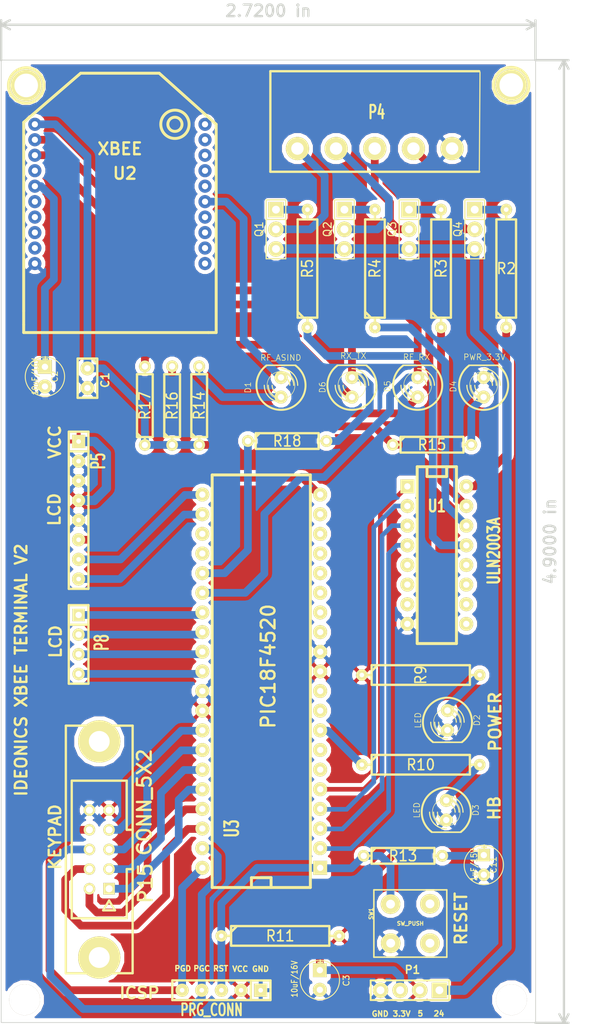
<source format=kicad_pcb>
(kicad_pcb (version 3) (host pcbnew "(2013-07-07 BZR 4022)-stable")
  (layers (15 F.Cu signal) (0 B.Cu signal) (18 B.Paste user) (19 F.Paste user) (20 B.SilkS user) (21 F.SilkS user) (22 B.Mask user) (23 F.Mask user) (28 Edge.Cuts user))
  (net 0 "")
  (net 1 /PGC)
  (net 2 /PGD)
  (net 3 /RA0)
  (net 4 /RA1)
  (net 5 /RA2)
  (net 6 /RA3)
  (net 7 /RB0)
  (net 8 /RB1)
  (net 9 /RB2)
  (net 10 /RB3)
  (net 11 /RB4)
  (net 12 /RB5)
  (net 13 /RE0)
  (net 14 /RESET)
  (net 15 /TX)
  (net 16 /ULN1)
  (net 17 /ULN2)
  (net 18 /ULN3)
  (net 19 /ULN4)
  (net 20 /VCC)
  (net 21 /VCC_24)
  (net 22 /VCC_3.3V)
  (net 23 /XBEE_RX)
  (net 24 /XBEE_TX)
  (net 25 GND)
  (net 26 N-0000010)
  (net 27 N-0000011)
  (net 28 N-0000012)
  (net 29 N-0000013)
  (net 30 N-0000014)
  (net 31 N-0000015)
  (net 32 N-0000016)
  (net 33 N-0000017)
  (net 34 N-0000018)
  (net 35 N-0000019)
  (net 36 N-0000020)
  (net 37 N-0000021)
  (net 38 N-0000023)
  (net 39 N-0000024)
  (net 40 N-0000025)
  (net 41 N-0000026)
  (net 42 N-0000027)
  (net 43 N-000005)
  (net 44 N-0000055)
  (net 45 N-0000056)
  (net 46 N-000006)
  (net 47 N-000007)
  (net 48 N-000008)
  (net 49 N-000009)
  (module 1pin (layer F.Cu) (at 104.125 152.075)
    (fp_text reference "" (at 0 -3.048) (layer F.SilkS) (effects (font (size 1.016 1.016) (thickness 0.254))))
    (fp_text value "" hide)
    (pad 1 thru_hole circle (at 0 0) (size 4 4) (drill 4) (layers *.Cu *.Mask F.SilkS))
  )
  (module LED-5MM (layer F.Cu) (at 158.65 127.575 270)
    (fp_text reference D3 (at 0 -3.81 270) (layer F.SilkS) (effects (font (size 0.762 0.762) (thickness 0.0889))))
    (fp_text value LED (at 0 3.81 270) (layer F.SilkS) (effects (font (size 0.762 0.762) (thickness 0.0889))))
    (pad 1 thru_hole circle (at -1.27 0 270) (size 1.6764 1.6764) (drill 0.8128) (layers *.Cu *.Mask F.SilkS) (net 44 N-0000055))
    (pad 2 thru_hole circle (at 1.27 0 270) (size 1.6764 1.6764) (drill 0.8128) (layers *.Cu *.Mask F.SilkS) (net 25 GND))
  )
  (module LED-5MM (layer F.Cu) (at 158.8 115.95 270)
    (fp_text reference D2 (at 0 -3.81 270) (layer F.SilkS) (effects (font (size 0.762 0.762) (thickness 0.0889))))
    (fp_text value LED (at 0 3.81 270) (layer F.SilkS) (effects (font (size 0.762 0.762) (thickness 0.0889))))
    (pad 1 thru_hole circle (at -1.27 0 270) (size 1.6764 1.6764) (drill 0.8128) (layers *.Cu *.Mask F.SilkS) (net 45 N-0000056))
    (pad 2 thru_hole circle (at 1.27 0 270) (size 1.6764 1.6764) (drill 0.8128) (layers *.Cu *.Mask F.SilkS) (net 25 GND))
  )
  (module Ideonics_TIP127 (layer F.Cu) (at 136.625 52.475 270)
    (fp_text reference Q1 (at -0.01016 2.17932 270) (layer F.SilkS) (effects (font (size 1.016 1.016) (thickness 0.1524))))
    (fp_text value TIP127 hide)
    (pad 1 thru_hole rect (at -2.54 0 270) (size 2 2) (drill 1.016) (layers *.Cu *.Mask F.SilkS) (net 19 /ULN4))
    (pad 2 thru_hole circle (at 0 0 270) (size 2 2) (drill 1.016) (layers *.Cu *.Mask F.SilkS) (net 32 N-0000016))
    (pad 3 thru_hole circle (at 2.54 0 270) (size 2 2) (drill 1.016) (layers *.Cu *.Mask F.SilkS) (net 21 /VCC_24))
  )
  (module Ideonics_TIP127 (layer F.Cu) (at 153.825 52.475 270)
    (fp_text reference Q3 (at -0.01016 2.17932 270) (layer F.SilkS) (effects (font (size 1.016 1.016) (thickness 0.1524))))
    (fp_text value TIP127 hide)
    (pad 1 thru_hole rect (at -2.54 0 270) (size 2 2) (drill 1.016) (layers *.Cu *.Mask F.SilkS) (net 17 /ULN2))
    (pad 2 thru_hole circle (at 0 0 270) (size 2 2) (drill 1.016) (layers *.Cu *.Mask F.SilkS) (net 33 N-0000017))
    (pad 3 thru_hole circle (at 2.54 0 270) (size 2 2) (drill 1.016) (layers *.Cu *.Mask F.SilkS) (net 21 /VCC_24))
  )
  (module Ideonics_TIP127 (layer F.Cu) (at 162.325 52.475 270)
    (fp_text reference Q4 (at -0.01016 2.17932 270) (layer F.SilkS) (effects (font (size 1.016 1.016) (thickness 0.1524))))
    (fp_text value TIP127 hide)
    (pad 1 thru_hole rect (at -2.54 0 270) (size 2 2) (drill 1.016) (layers *.Cu *.Mask F.SilkS) (net 16 /ULN1))
    (pad 2 thru_hole circle (at 0 0 270) (size 2 2) (drill 1.016) (layers *.Cu *.Mask F.SilkS) (net 39 N-0000024))
    (pad 3 thru_hole circle (at 2.54 0 270) (size 2 2) (drill 1.016) (layers *.Cu *.Mask F.SilkS) (net 21 /VCC_24))
  )
  (module Ideonics_TIP127 (layer F.Cu) (at 145.475 52.475 270)
    (fp_text reference Q2 (at -0.01016 2.17932 270) (layer F.SilkS) (effects (font (size 1.016 1.016) (thickness 0.1524))))
    (fp_text value TIP127 hide)
    (pad 1 thru_hole rect (at -2.54 0 270) (size 2 2) (drill 1.016) (layers *.Cu *.Mask F.SilkS) (net 18 /ULN3))
    (pad 2 thru_hole circle (at 0 0 270) (size 2 2) (drill 1.016) (layers *.Cu *.Mask F.SilkS) (net 38 N-0000023))
    (pad 3 thru_hole circle (at 2.54 0 270) (size 2 2) (drill 1.016) (layers *.Cu *.Mask F.SilkS) (net 21 /VCC_24))
  )
  (module Ideonics_RMC_5 (layer F.Cu) (at 128.3 150.85 180)
    (fp_text reference "" (at -0.635 -2.54 180) (layer F.SilkS) (effects (font (size 1.72974 1.08712) (thickness 0.27178))))
    (fp_text value PRG_CONN (at 0 -2.54 180) (layer F.SilkS) (effects (font (size 1.524 1.016) (thickness 0.254))))
    (pad 1 thru_hole rect (at -6.35 0 180) (size 1.7 1.7) (drill 0.6) (layers *.Cu *.Mask F.SilkS) (net 25 GND))
    (pad 2 thru_hole circle (at -3.81 0 180) (size 1.7 1.7) (drill 0.6) (layers *.Cu *.Mask F.SilkS) (net 20 /VCC))
    (pad 3 thru_hole circle (at -1.27 0 180) (size 1.7 1.7) (drill 0.6) (layers *.Cu *.Mask F.SilkS) (net 14 /RESET))
    (pad 4 thru_hole circle (at 1.27 0 180) (size 1.7 1.7) (drill 0.6) (layers *.Cu *.Mask F.SilkS) (net 1 /PGC))
    (pad 5 thru_hole circle (at 3.81 0 180) (size 1.7 1.7) (drill 0.6) (layers *.Cu *.Mask F.SilkS) (net 2 /PGD))
  )
  (module Ideonics_R (layer F.Cu) (at 140.7 57.55 90)
    (fp_text reference R5 (at 0 0 90) (layer F.SilkS) (effects (font (size 1.397 1.27) (thickness 0.2032))))
    (fp_text value 2.2K hide)
    (pad 1 thru_hole circle (at -7.62 0 90) (size 1.5 1.5) (drill 0.6) (layers *.Cu *.Mask F.SilkS) (net 43 N-000005))
    (pad 2 thru_hole circle (at 7.62 0 90) (size 1.5 1.5) (drill 0.6) (layers *.Cu *.Mask F.SilkS) (net 19 /ULN4))
  )
  (module Ideonics_R (layer F.Cu) (at 155.35 110.1)
    (fp_text reference R9 (at 0 0 90) (layer F.SilkS) (effects (font (size 1.397 1.27) (thickness 0.2032))))
    (fp_text value 1K hide)
    (pad 1 thru_hole circle (at -7.62 0) (size 1.5 1.5) (drill 0.6) (layers *.Cu *.Mask F.SilkS) (net 20 /VCC))
    (pad 2 thru_hole circle (at 7.62 0) (size 1.5 1.5) (drill 0.6) (layers *.Cu *.Mask F.SilkS) (net 45 N-0000056))
  )
  (module Ideonics_R (layer F.Cu) (at 149.425 57.55 90)
    (fp_text reference R4 (at 0 0 90) (layer F.SilkS) (effects (font (size 1.397 1.27) (thickness 0.2032))))
    (fp_text value 2.2K hide)
    (pad 1 thru_hole circle (at -7.62 0 90) (size 1.5 1.5) (drill 0.6) (layers *.Cu *.Mask F.SilkS) (net 46 N-000006))
    (pad 2 thru_hole circle (at 7.62 0 90) (size 1.5 1.5) (drill 0.6) (layers *.Cu *.Mask F.SilkS) (net 18 /ULN3))
  )
  (module Ideonics_R (layer F.Cu) (at 155.35 121.7)
    (fp_text reference R10 (at 0 0) (layer F.SilkS) (effects (font (size 1.397 1.27) (thickness 0.2032))))
    (fp_text value 1K hide)
    (pad 1 thru_hole circle (at -7.62 0) (size 1.5 1.5) (drill 0.6) (layers *.Cu *.Mask F.SilkS) (net 13 /RE0))
    (pad 2 thru_hole circle (at 7.62 0) (size 1.5 1.5) (drill 0.6) (layers *.Cu *.Mask F.SilkS) (net 44 N-0000055))
  )
  (module Ideonics_R (layer F.Cu) (at 157.975 57.55 90)
    (fp_text reference R3 (at 0 0 90) (layer F.SilkS) (effects (font (size 1.397 1.27) (thickness 0.2032))))
    (fp_text value 2.2K hide)
    (pad 1 thru_hole circle (at -7.62 0 90) (size 1.5 1.5) (drill 0.6) (layers *.Cu *.Mask F.SilkS) (net 47 N-000007))
    (pad 2 thru_hole circle (at 7.62 0 90) (size 1.5 1.5) (drill 0.6) (layers *.Cu *.Mask F.SilkS) (net 17 /ULN2))
  )
  (module Ideonics_R (layer F.Cu) (at 166.4 57.55 90)
    (fp_text reference R2 (at 0 0 180) (layer F.SilkS) (effects (font (size 1.397 1.27) (thickness 0.2032))))
    (fp_text value 2.2K hide)
    (pad 1 thru_hole circle (at -7.62 0 90) (size 1.5 1.5) (drill 0.6) (layers *.Cu *.Mask F.SilkS) (net 48 N-000008))
    (pad 2 thru_hole circle (at 7.62 0 90) (size 1.5 1.5) (drill 0.6) (layers *.Cu *.Mask F.SilkS) (net 16 /ULN1))
  )
  (module Ideonics_R (layer F.Cu) (at 137.175 143.825)
    (fp_text reference R11 (at 0 0) (layer F.SilkS) (effects (font (size 1.397 1.27) (thickness 0.2032))))
    (fp_text value 1M hide)
    (pad 1 thru_hole circle (at -7.62 0) (size 1.5 1.5) (drill 0.6) (layers *.Cu *.Mask F.SilkS) (net 14 /RESET))
    (pad 2 thru_hole circle (at 7.62 0) (size 1.5 1.5) (drill 0.6) (layers *.Cu *.Mask F.SilkS) (net 20 /VCC))
  )
  (module Ideonics_Micro_Switch (layer F.Cu) (at 154 142.225 90)
    (fp_text reference SW1 (at 1.27 -5.08 90) (layer F.SilkS) (effects (font (size 0.5 0.5) (thickness 0.125))))
    (fp_text value SW_PUSH (at 0 0 180) (layer F.SilkS) (effects (font (size 0.5 0.5) (thickness 0.125))))
    (pad 1 thru_hole circle (at -2.54 -2.54 90) (size 2.54 2.54) (drill 1.143) (layers *.Cu *.Mask F.SilkS) (net 25 GND))
    (pad 3 thru_hole circle (at 2.54 2.54 90) (size 2.54 2.54) (drill 1.143) (layers *.Cu *.Mask F.SilkS))
    (pad 2 thru_hole circle (at 2.50444 -2.56032 90) (size 2.54 2.54) (drill 1.143) (layers *.Cu *.Mask F.SilkS) (net 14 /RESET))
    (pad 4 thru_hole circle (at -2.54 2.54 90) (size 2.54 2.54) (drill 1.143) (layers *.Cu *.Mask F.SilkS))
  )
  (module Idenoics_ULN2003 (layer F.Cu) (at 157.425 94.6 270)
    (fp_text reference U1 (at -6.35 0 360) (layer F.SilkS) (effects (font (size 1.524 1.143) (thickness 0.3048))))
    (fp_text value ULN2003A (at -0.528 -7.367 270) (layer F.SilkS) (effects (font (size 1.524 1.143) (thickness 0.3048))))
    (pad 1 thru_hole rect (at -8.89 3.81 270) (size 1.8 1.8) (drill 0.8128) (layers *.Cu *.Mask F.SilkS) (net 6 /RA3))
    (pad 2 thru_hole circle (at -6.35 3.81 270) (size 1.8 1.8) (drill 0.8128) (layers *.Cu *.Mask F.SilkS) (net 5 /RA2))
    (pad 3 thru_hole circle (at -3.81 3.81 270) (size 1.8 1.8) (drill 0.8128) (layers *.Cu *.Mask F.SilkS) (net 4 /RA1))
    (pad 4 thru_hole circle (at -1.27 3.81 270) (size 1.8 1.8) (drill 0.8128) (layers *.Cu *.Mask F.SilkS) (net 3 /RA0))
    (pad 5 thru_hole circle (at 1.27 3.81 270) (size 1.8 1.8) (drill 0.8128) (layers *.Cu *.Mask F.SilkS))
    (pad 6 thru_hole circle (at 3.81 3.81 270) (size 1.8 1.8) (drill 0.8128) (layers *.Cu *.Mask F.SilkS))
    (pad 7 thru_hole circle (at 6.35 3.81 270) (size 1.8 1.8) (drill 0.8128) (layers *.Cu *.Mask F.SilkS))
    (pad 8 thru_hole circle (at 8.89 3.81 270) (size 1.8 1.8) (drill 0.8128) (layers *.Cu *.Mask F.SilkS) (net 25 GND))
    (pad 9 thru_hole circle (at 8.89 -3.81 270) (size 1.8 1.8) (drill 0.8128) (layers *.Cu *.Mask F.SilkS))
    (pad 10 thru_hole circle (at 6.35 -3.81 270) (size 1.8 1.8) (drill 0.8128) (layers *.Cu *.Mask F.SilkS))
    (pad 11 thru_hole circle (at 3.81 -3.81 270) (size 1.8 1.8) (drill 0.8128) (layers *.Cu *.Mask F.SilkS))
    (pad 12 thru_hole circle (at 1.27 -3.81 270) (size 1.8 1.8) (drill 0.8128) (layers *.Cu *.Mask F.SilkS))
    (pad 13 thru_hole circle (at -1.27 -3.81 270) (size 1.8 1.8) (drill 0.8128) (layers *.Cu *.Mask F.SilkS) (net 43 N-000005))
    (pad 14 thru_hole circle (at -3.81 -3.81 270) (size 1.8 1.8) (drill 0.8128) (layers *.Cu *.Mask F.SilkS) (net 46 N-000006))
    (pad 15 thru_hole circle (at -6.35 -3.81 270) (size 1.8 1.8) (drill 0.8128) (layers *.Cu *.Mask F.SilkS) (net 47 N-000007))
    (pad 16 thru_hole circle (at -8.89 -3.81 270) (size 1.8 1.8) (drill 0.8128) (layers *.Cu *.Mask F.SilkS) (net 48 N-000008))
  )
  (module Ideonics_COMBICON_5 (layer F.Cu) (at 139.4 42.037)
    (fp_text reference P4 (at 10.25398 -4.699) (layer F.SilkS) (effects (font (size 1.72974 1.08712) (thickness 0.27178))))
    (fp_text value CONN_5 hide)
    (pad 1 thru_hole circle (at 0 0) (size 3 3) (drill 1.6) (layers *.Cu *.Mask F.SilkS) (net 32 N-0000016))
    (pad 2 thru_hole circle (at 5 0) (size 3 3) (drill 1.6) (layers *.Cu *.Mask F.SilkS) (net 38 N-0000023))
    (pad 3 thru_hole circle (at 10 0) (size 3 3) (drill 1.6) (layers *.Cu *.Mask F.SilkS) (net 33 N-0000017))
    (pad 4 thru_hole circle (at 15 0) (size 3 3) (drill 1.6) (layers *.Cu *.Mask F.SilkS) (net 39 N-0000024))
    (pad 5 thru_hole circle (at 20 0) (size 3 3) (drill 1.6) (layers *.Cu *.Mask F.SilkS) (net 25 GND))
  )
  (module Ideonics_Electrolytic_CV5 (layer F.Cu) (at 163.5 134.65 270)
    (fp_text reference C11 (at 0 -1.26746 270) (layer F.SilkS) (effects (font (size 0.762 0.762) (thickness 0.127))))
    (fp_text value 1uF/15V (at 0 1.27 270) (layer F.SilkS) (effects (font (size 0.762 0.635) (thickness 0.127))))
    (fp_text user + (at -2.286 0 270) (layer F.SilkS) (effects (font (size 0.762 0.762) (thickness 0.2032))))
    (pad 1 thru_hole rect (at -1.27 0 270) (size 1.6 1.6) (drill 0.8128) (layers *.Cu *.Mask F.SilkS) (net 40 N-0000025))
    (pad 2 thru_hole circle (at 1.27 0 270) (size 1.6 1.6) (drill 0.8128) (layers *.Cu *.Mask F.SilkS) (net 25 GND))
  )
  (module he10-10d (layer F.Cu) (at 113.775 132.65 90)
    (fp_text reference P15 (at -4.375 5.975 90) (layer F.SilkS) (effects (font (size 1.778 1.778) (thickness 0.3048))))
    (fp_text value CONN_5X2 (at 6.096 5.842 90) (layer F.SilkS) (effects (font (size 1.778 1.778) (thickness 0.3048))))
    (pad "" thru_hole circle (at -13.97 0 90) (size 5.461 5.461) (drill 2.6924) (layers *.Cu *.Mask F.SilkS))
    (pad "" thru_hole circle (at 13.97 0 90) (size 5.461 5.461) (drill 2.6924) (layers *.Cu *.Mask F.SilkS))
    (pad 1 thru_hole rect (at -5.08 1.27 90) (size 1.5 1.5) (drill 0.9144) (layers *.Cu *.Mask F.SilkS) (net 10 /RB3))
    (pad 2 thru_hole circle (at -5.08 -1.27 90) (size 1.5 1.5) (drill 0.9144) (layers *.Cu *.Mask F.SilkS) (net 11 /RB4))
    (pad 3 thru_hole circle (at -2.54 1.27 90) (size 1.5 1.5) (drill 0.9144) (layers *.Cu *.Mask F.SilkS) (net 9 /RB2))
    (pad 4 thru_hole circle (at -2.54 -1.27 90) (size 1.5 1.5) (drill 0.9144) (layers *.Cu *.Mask F.SilkS) (net 12 /RB5))
    (pad 5 thru_hole circle (at 0 1.27 90) (size 1.5 1.5) (drill 0.9144) (layers *.Cu *.Mask F.SilkS) (net 8 /RB1))
    (pad 6 thru_hole circle (at 0 -1.27 90) (size 1.5 1.5) (drill 0.9144) (layers *.Cu *.Mask F.SilkS) (net 1 /PGC))
    (pad 7 thru_hole circle (at 2.54 1.27 90) (size 1.5 1.5) (drill 0.9144) (layers *.Cu *.Mask F.SilkS) (net 7 /RB0))
    (pad 8 thru_hole circle (at 2.54 -1.27 90) (size 1.5 1.5) (drill 0.9144) (layers *.Cu *.Mask F.SilkS) (net 2 /PGD))
    (pad 9 thru_hole circle (at 5.08 1.27 90) (size 1.5 1.5) (drill 0.9144) (layers *.Cu *.Mask F.SilkS) (net 20 /VCC))
    (pad 10 thru_hole circle (at 5.08 -1.27 90) (size 1.5 1.5) (drill 0.9144) (layers *.Cu *.Mask F.SilkS) (net 25 GND))
  )
  (module Ideonics_RMC_4Pin (layer F.Cu) (at 111.108 106.145 270)
    (fp_text reference P8 (at -0.245 -2.992 270) (layer F.SilkS) (effects (font (size 1.73482 1.08712) (thickness 0.27178))))
    (fp_text value CONN_4 hide)
    (pad 1 thru_hole rect (at -3.81 0 270) (size 1.6 1.6) (drill 0.8128) (layers *.Cu *.Mask F.SilkS) (net 29 N-0000013))
    (pad 2 thru_hole circle (at -1.27 0 270) (size 1.6 1.6) (drill 0.8128) (layers *.Cu *.Mask F.SilkS) (net 28 N-0000012))
    (pad 3 thru_hole circle (at 1.27 0 270) (size 1.6 1.6) (drill 0.8128) (layers *.Cu *.Mask F.SilkS) (net 27 N-0000011))
    (pad 4 thru_hole circle (at 3.81 0 270) (size 1.6 1.6) (drill 0.8128) (layers *.Cu *.Mask F.SilkS) (net 26 N-0000010))
  )
  (module 1pin (layer F.Cu) (at 167.075 152.05)
    (fp_text reference "" (at 0 -3.048) (layer F.SilkS) (effects (font (size 1.016 1.016) (thickness 0.254))))
    (fp_text value "" hide)
    (pad 1 thru_hole circle (at 0 0.025) (size 4 4) (drill 4) (layers *.Cu *.Mask F.SilkS))
  )
  (module Ideonics_RMC_8 (layer F.Cu) (at 111.108 88.8 270)
    (fp_text reference P5 (at -6.35 -2.54 270) (layer F.SilkS) (effects (font (size 1.72974 1.08712) (thickness 0.3048))))
    (fp_text value " " (at 5.08 -2.54 270) (layer F.SilkS) (effects (font (size 1.524 1.016) (thickness 0.254))))
    (pad 1 thru_hole rect (at -8.89 0 270) (size 1.7 1.7) (drill 0.6) (layers *.Cu *.Mask F.SilkS) (net 20 /VCC))
    (pad 2 thru_hole circle (at -6.35 0 270) (size 1.7 1.7) (drill 0.6) (layers *.Cu *.Mask F.SilkS) (net 25 GND))
    (pad 3 thru_hole circle (at -3.81 0 270) (size 1.7 1.7) (drill 0.6) (layers *.Cu *.Mask F.SilkS) (net 25 GND))
    (pad 4 thru_hole circle (at -1.27 0 270) (size 1.7 1.7) (drill 0.6) (layers *.Cu *.Mask F.SilkS) (net 20 /VCC))
    (pad 5 thru_hole circle (at 1.27 0 270) (size 1.7 1.7) (drill 0.6) (layers *.Cu *.Mask F.SilkS) (net 25 GND))
    (pad 6 thru_hole circle (at 3.81 0 270) (size 1.7 1.7) (drill 0.6) (layers *.Cu *.Mask F.SilkS) (net 31 N-0000015))
    (pad 7 thru_hole circle (at 6.35 0 270) (size 1.7 1.7) (drill 0.6) (layers *.Cu *.Mask F.SilkS) (net 49 N-000009))
    (pad 8 thru_hole circle (at 8.89 0 270) (size 1.7 1.7) (drill 0.6) (layers *.Cu *.Mask F.SilkS) (net 30 N-0000014))
  )
  (module R4 (layer F.Cu) (at 153.05 133.475)
    (fp_text reference R13 (at 0 0) (layer F.SilkS) (effects (font (size 1.397 1.27) (thickness 0.2032))))
    (fp_text value 0 hide)
    (pad 1 thru_hole circle (at -5.08 0) (size 1.524 1.524) (drill 0.8128) (layers *.Cu *.Mask F.SilkS) (net 14 /RESET))
    (pad 2 thru_hole circle (at 5.08 0) (size 1.524 1.524) (drill 0.8128) (layers *.Cu *.Mask F.SilkS) (net 40 N-0000025))
  )
  (module XBee-pro (layer F.Cu) (at 116.45 38.9)
    (fp_text reference U2 (at 0.635 6.35) (layer F.SilkS) (effects (font (size 1.524 1.524) (thickness 0.3048))))
    (fp_text value XBEE (at 0 3.175) (layer F.SilkS) (effects (font (size 1.524 1.524) (thickness 0.3048))))
    (pad 20 thru_hole circle (at 11.00074 0) (size 1.7 1.7) (drill 0.8) (layers *.Cu))
    (pad 16 thru_hole circle (at 11.00074 8.001) (size 1.7 1.7) (drill 0.8) (layers *.Cu))
    (pad 14 thru_hole circle (at 11.00074 11.99896) (size 1.7 1.7) (drill 0.8) (layers *.Cu))
    (pad 15 thru_hole circle (at 11.00074 9.99998) (size 1.7 1.7) (drill 0.8) (layers *.Cu) (net 42 N-0000027))
    (pad 18 thru_hole circle (at 11.00074 4.0005) (size 1.7 1.7) (drill 0.8) (layers *.Cu))
    (pad 17 thru_hole circle (at 11.00074 5.99948) (size 1.7 1.7) (drill 0.8) (layers *.Cu))
    (pad 19 thru_hole circle (at 11.00074 1.99898) (size 1.7 1.7) (drill 0.8) (layers *.Cu))
    (pad 12 thru_hole circle (at 11.00074 15.99946) (size 1.7 1.7) (drill 0.8) (layers *.Cu))
    (pad 11 thru_hole circle (at 11.00074 18.00098) (size 1.7 1.7) (drill 0.8) (layers *.Cu))
    (pad 13 thru_hole circle (at 11.00074 14.00048) (size 1.7 1.7) (drill 0.8) (layers *.Cu))
    (pad 8 thru_hole circle (at -11.00074 14.00048) (size 1.7 1.7) (drill 0.8) (layers *.Cu))
    (pad 10 thru_hole circle (at -11.00074 18.00098) (size 1.7 1.7) (drill 0.8) (layers *.Cu) (net 25 GND))
    (pad 9 thru_hole circle (at -11.00074 15.99946) (size 1.7 1.7) (drill 0.8) (layers *.Cu))
    (pad 2 thru_hole circle (at -11.00074 1.99898) (size 1.7 1.7) (drill 0.8) (layers *.Cu) (net 23 /XBEE_RX))
    (pad 4 thru_hole circle (at -11.00074 5.99948) (size 1.7 1.7) (drill 0.8) (layers *.Cu))
    (pad 3 thru_hole circle (at -11.00074 4.0005) (size 1.7 1.7) (drill 0.8) (layers *.Cu) (net 24 /XBEE_TX))
    (pad 6 thru_hole circle (at -11.00074 9.99998) (size 1.7 1.7) (drill 0.8) (layers *.Cu))
    (pad 7 thru_hole circle (at -11.00074 11.99896) (size 1.7 1.7) (drill 0.8) (layers *.Cu))
    (pad 5 thru_hole circle (at -11.00074 8.001) (size 1.7 1.7) (drill 0.8) (layers *.Cu) (net 37 N-0000021))
    (pad 1 thru_hole circle (at -11.00074 0) (size 1.7 1.7) (drill 0.8) (layers *.Cu) (net 22 /VCC_3.3V))
  )
  (module R4 (layer F.Cu) (at 126.7 75.275 90)
    (fp_text reference R14 (at 0 0 90) (layer F.SilkS) (effects (font (size 1.397 1.27) (thickness 0.2032))))
    (fp_text value 470 hide)
    (pad 1 thru_hole circle (at -5.08 0 90) (size 1.524 1.524) (drill 0.8128) (layers *.Cu *.Mask F.SilkS) (net 22 /VCC_3.3V))
    (pad 2 thru_hole circle (at 5.08 0 90) (size 1.524 1.524) (drill 0.8128) (layers *.Cu *.Mask F.SilkS) (net 41 N-0000026))
  )
  (module R4 (layer F.Cu) (at 156.8 80.325)
    (fp_text reference R15 (at 0 0) (layer F.SilkS) (effects (font (size 1.397 1.27) (thickness 0.2032))))
    (fp_text value 470 hide)
    (pad 1 thru_hole circle (at -5.08 0) (size 1.524 1.524) (drill 0.8128) (layers *.Cu *.Mask F.SilkS) (net 22 /VCC_3.3V))
    (pad 2 thru_hole circle (at 5.08 0) (size 1.524 1.524) (drill 0.8128) (layers *.Cu *.Mask F.SilkS) (net 34 N-0000018))
  )
  (module R4 (layer F.Cu) (at 123.2 75.275 90)
    (fp_text reference R16 (at 0 0 90) (layer F.SilkS) (effects (font (size 1.397 1.27) (thickness 0.2032))))
    (fp_text value 470 hide)
    (pad 1 thru_hole circle (at -5.08 0 90) (size 1.524 1.524) (drill 0.8128) (layers *.Cu *.Mask F.SilkS) (net 22 /VCC_3.3V))
    (pad 2 thru_hole circle (at 5.08 0 90) (size 1.524 1.524) (drill 0.8128) (layers *.Cu *.Mask F.SilkS) (net 35 N-0000019))
  )
  (module R4 (layer F.Cu) (at 119.675 75.275 90)
    (fp_text reference R17 (at 0 0 90) (layer F.SilkS) (effects (font (size 1.397 1.27) (thickness 0.2032))))
    (fp_text value 470 hide)
    (pad 1 thru_hole circle (at -5.08 0 90) (size 1.524 1.524) (drill 0.8128) (layers *.Cu *.Mask F.SilkS) (net 22 /VCC_3.3V))
    (pad 2 thru_hole circle (at 5.08 0 90) (size 1.524 1.524) (drill 0.8128) (layers *.Cu *.Mask F.SilkS) (net 36 N-0000020))
  )
  (module R4 (layer F.Cu) (at 138.075 79.85)
    (fp_text reference R18 (at 0 0) (layer F.SilkS) (effects (font (size 1.397 1.27) (thickness 0.2032))))
    (fp_text value 4.7K hide)
    (pad 1 thru_hole circle (at -5.08 0) (size 1.524 1.524) (drill 0.8128) (layers *.Cu *.Mask F.SilkS) (net 15 /TX))
    (pad 2 thru_hole circle (at 5.08 0) (size 1.524 1.524) (drill 0.8128) (layers *.Cu *.Mask F.SilkS) (net 24 /XBEE_TX))
  )
  (module PIN_ARRAY_4x1 (layer F.Cu) (at 153.95 150.85 180)
    (fp_text reference P1 (at -0.325 2.65 180) (layer F.SilkS) (effects (font (size 1.016 1.016) (thickness 0.2032))))
    (fp_text value "" hide)
    (pad 1 thru_hole rect (at -3.81 0 180) (size 2 2) (drill 1.016) (layers *.Cu *.Mask F.SilkS) (net 21 /VCC_24))
    (pad 2 thru_hole circle (at -1.27 0 180) (size 2 2) (drill 1.016) (layers *.Cu *.Mask F.SilkS) (net 20 /VCC))
    (pad 3 thru_hole circle (at 1.27 0 180) (size 2 2) (drill 1.016) (layers *.Cu *.Mask F.SilkS) (net 22 /VCC_3.3V))
    (pad 4 thru_hole circle (at 3.81 0 180) (size 2 2) (drill 1.016) (layers *.Cu *.Mask F.SilkS) (net 25 GND))
  )
  (module LED-5MM (layer F.Cu) (at 137.275 72.9 90)
    (fp_text reference D1 (at -0.025 -4.275 90) (layer F.SilkS) (effects (font (size 0.762 0.762) (thickness 0.0889))))
    (fp_text value RF_ASIND (at 3.825 -0.025 180) (layer F.SilkS) (effects (font (size 0.762 0.762) (thickness 0.0889))))
    (pad 1 thru_hole circle (at -1.27 0 90) (size 1.6764 1.6764) (drill 0.8128) (layers *.Cu *.Mask F.SilkS) (net 41 N-0000026))
    (pad 2 thru_hole circle (at 1.27 0 90) (size 1.6764 1.6764) (drill 0.8128) (layers *.Cu *.Mask F.SilkS) (net 42 N-0000027))
  )
  (module LED-5MM (layer F.Cu) (at 154.95 72.9 90)
    (fp_text reference D5 (at 0.125 -3.9 90) (layer F.SilkS) (effects (font (size 0.762 0.762) (thickness 0.0889))))
    (fp_text value RF_RX (at 3.9 -0.15 180) (layer F.SilkS) (effects (font (size 0.762 0.762) (thickness 0.0889))))
    (pad 1 thru_hole circle (at -1.27 0 90) (size 1.6764 1.6764) (drill 0.8128) (layers *.Cu *.Mask F.SilkS) (net 35 N-0000019))
    (pad 2 thru_hole circle (at 1.27 0 90) (size 1.6764 1.6764) (drill 0.8128) (layers *.Cu *.Mask F.SilkS) (net 23 /XBEE_RX))
  )
  (module LED-5MM (layer F.Cu) (at 146.45 72.9 90)
    (fp_text reference D6 (at 0 -3.81 90) (layer F.SilkS) (effects (font (size 0.762 0.762) (thickness 0.0889))))
    (fp_text value RX_TX (at 4.075 0.175 180) (layer F.SilkS) (effects (font (size 0.762 0.762) (thickness 0.0889))))
    (pad 1 thru_hole circle (at -1.27 0 90) (size 1.6764 1.6764) (drill 0.8128) (layers *.Cu *.Mask F.SilkS) (net 36 N-0000020))
    (pad 2 thru_hole circle (at 1.27 0 90) (size 1.6764 1.6764) (drill 0.8128) (layers *.Cu *.Mask F.SilkS) (net 24 /XBEE_TX))
  )
  (module LED-5MM (layer F.Cu) (at 163.475 72.9 90)
    (fp_text reference D4 (at 0.1 -3.925 90) (layer F.SilkS) (effects (font (size 0.762 0.762) (thickness 0.0889))))
    (fp_text value PWR_3.3V (at 3.9 0.1 180) (layer F.SilkS) (effects (font (size 0.762 0.762) (thickness 0.0889))))
    (pad 1 thru_hole circle (at -1.27 0 90) (size 1.6764 1.6764) (drill 0.8128) (layers *.Cu *.Mask F.SilkS) (net 34 N-0000018))
    (pad 2 thru_hole circle (at 1.27 0 90) (size 1.6764 1.6764) (drill 0.8128) (layers *.Cu *.Mask F.SilkS) (net 25 GND))
  )
  (module C1 (layer F.Cu) (at 112.25 71.725 270)
    (fp_text reference C1 (at 0.254 -2.286 270) (layer F.SilkS) (effects (font (size 1.016 1.016) (thickness 0.2032))))
    (fp_text value 0.1uF hide)
    (pad 1 thru_hole circle (at -1.27 0 270) (size 1.8 1.8) (drill 0.8128) (layers *.Cu *.Mask F.SilkS) (net 22 /VCC_3.3V))
    (pad 2 thru_hole circle (at 1.27 0 270) (size 1.8 1.8) (drill 0.8128) (layers *.Cu *.Mask F.SilkS) (net 25 GND))
  )
  (module 1pin (layer F.Cu) (at 167.05 33.825)
    (fp_text reference "" (at 0 -3.048) (layer F.SilkS) (effects (font (size 1.016 1.016) (thickness 0.254))))
    (fp_text value "" hide)
    (pad 1 thru_hole circle (at 0 0) (size 4.064 4.064) (drill 3.048) (layers *.Cu *.Mask F.SilkS))
  )
  (module 1pin (layer F.Cu) (at 104.325 33.875)
    (fp_text reference "" (at 0 -3.048) (layer F.SilkS) (effects (font (size 1.016 1.016) (thickness 0.254))))
    (fp_text value "" hide)
    (pad 1 thru_hole circle (at 0 0) (size 4.064 4.064) (drill 3.048) (layers *.Cu *.Mask F.SilkS))
  )
  (module C1V5 (layer F.Cu) (at 106.75 71.525 270)
    (fp_text reference C2 (at 0 -1.26746 270) (layer F.SilkS) (effects (font (size 0.762 0.762) (thickness 0.127))))
    (fp_text value 10uF/16V (at 0 1.27 270) (layer F.SilkS) (effects (font (size 0.762 0.635) (thickness 0.127))))
    (fp_text user + (at -2.286 0 270) (layer F.SilkS) (effects (font (size 0.762 0.762) (thickness 0.2032))))
    (pad 1 thru_hole rect (at -1.27 0 270) (size 1.8 1.8) (drill 0.8128) (layers *.Cu *.Mask F.SilkS) (net 37 N-0000021))
    (pad 2 thru_hole circle (at 1.27 0 270) (size 1.8 1.8) (drill 0.8128) (layers *.Cu *.Mask F.SilkS) (net 25 GND))
  )
  (module C1V5 (layer F.Cu) (at 142.3 149.525 270)
    (fp_text reference C3 (at 0.075 -3.425 270) (layer F.SilkS) (effects (font (size 0.762 0.762) (thickness 0.127))))
    (fp_text value 10uF/16V (at -0.125 3.275 270) (layer F.SilkS) (effects (font (size 0.762 0.635) (thickness 0.127))))
    (fp_text user + (at -2.286 0 270) (layer F.SilkS) (effects (font (size 0.762 0.762) (thickness 0.2032))))
    (pad 1 thru_hole rect (at -1.27 0 270) (size 1.8 1.8) (drill 0.8128) (layers *.Cu *.Mask F.SilkS) (net 22 /VCC_3.3V))
    (pad 2 thru_hole circle (at 1.27 0 270) (size 1.8 1.8) (drill 0.8128) (layers *.Cu *.Mask F.SilkS) (net 25 GND))
  )
  (module DIP-40__600 (layer F.Cu) (at 134.725 110.9 90)
    (fp_text reference U3 (at -19.05 -3.81 90) (layer F.SilkS) (effects (font (size 1.778 1.143) (thickness 0.3048))))
    (fp_text value PIC18F4520 (at 1.925 0.9 90) (layer F.SilkS) (effects (font (size 1.778 1.778) (thickness 0.3048))))
    (pad 1 thru_hole rect (at -24.13 7.62 90) (size 1.8 1.8) (drill 0.8128) (layers *.Cu *.Mask F.SilkS) (net 14 /RESET))
    (pad 2 thru_hole circle (at -21.59 7.62 90) (size 1.8 1.8) (drill 0.8128) (layers *.Cu *.Mask F.SilkS) (net 3 /RA0))
    (pad 3 thru_hole circle (at -19.05 7.62 90) (size 1.8 1.8) (drill 0.8128) (layers *.Cu *.Mask F.SilkS) (net 4 /RA1))
    (pad 4 thru_hole circle (at -16.51 7.62 90) (size 1.8 1.8) (drill 0.8128) (layers *.Cu *.Mask F.SilkS) (net 5 /RA2))
    (pad 5 thru_hole circle (at -13.97 7.62 90) (size 1.8 1.8) (drill 0.8128) (layers *.Cu *.Mask F.SilkS) (net 6 /RA3))
    (pad 6 thru_hole circle (at -11.43 7.62 90) (size 1.8 1.8) (drill 0.8128) (layers *.Cu *.Mask F.SilkS))
    (pad 7 thru_hole circle (at -8.89 7.62 90) (size 1.8 1.8) (drill 0.8128) (layers *.Cu *.Mask F.SilkS))
    (pad 8 thru_hole circle (at -6.35 7.62 90) (size 1.8 1.8) (drill 0.8128) (layers *.Cu *.Mask F.SilkS) (net 13 /RE0))
    (pad 9 thru_hole circle (at -3.81 7.62 90) (size 1.8 1.8) (drill 0.8128) (layers *.Cu *.Mask F.SilkS))
    (pad 10 thru_hole circle (at -1.27 7.62 90) (size 1.8 1.8) (drill 0.8128) (layers *.Cu *.Mask F.SilkS))
    (pad 11 thru_hole circle (at 1.27 7.62 90) (size 1.8 1.8) (drill 0.8128) (layers *.Cu *.Mask F.SilkS) (net 20 /VCC))
    (pad 12 thru_hole circle (at 3.81 7.62 90) (size 1.8 1.8) (drill 0.8128) (layers *.Cu *.Mask F.SilkS) (net 25 GND))
    (pad 13 thru_hole circle (at 6.35 7.62 90) (size 1.8 1.8) (drill 0.8128) (layers *.Cu *.Mask F.SilkS))
    (pad 14 thru_hole circle (at 8.89 7.62 90) (size 1.8 1.8) (drill 0.8128) (layers *.Cu *.Mask F.SilkS))
    (pad 15 thru_hole circle (at 11.43 7.62 90) (size 1.8 1.8) (drill 0.8128) (layers *.Cu *.Mask F.SilkS))
    (pad 16 thru_hole circle (at 13.97 7.62 90) (size 1.8 1.8) (drill 0.8128) (layers *.Cu *.Mask F.SilkS))
    (pad 17 thru_hole circle (at 16.51 7.62 90) (size 1.8 1.8) (drill 0.8128) (layers *.Cu *.Mask F.SilkS))
    (pad 18 thru_hole circle (at 19.05 7.62 90) (size 1.8 1.8) (drill 0.8128) (layers *.Cu *.Mask F.SilkS))
    (pad 19 thru_hole circle (at 21.59 7.62 90) (size 1.8 1.8) (drill 0.8128) (layers *.Cu *.Mask F.SilkS))
    (pad 20 thru_hole circle (at 24.13 7.62 90) (size 1.8 1.8) (drill 0.8128) (layers *.Cu *.Mask F.SilkS) (net 31 N-0000015))
    (pad 21 thru_hole circle (at 24.13 -7.62 90) (size 1.8 1.8) (drill 0.8128) (layers *.Cu *.Mask F.SilkS) (net 49 N-000009))
    (pad 22 thru_hole circle (at 21.59 -7.62 90) (size 1.8 1.8) (drill 0.8128) (layers *.Cu *.Mask F.SilkS) (net 30 N-0000014))
    (pad 23 thru_hole circle (at 19.05 -7.62 90) (size 1.8 1.8) (drill 0.8128) (layers *.Cu *.Mask F.SilkS))
    (pad 24 thru_hole circle (at 16.51 -7.62 90) (size 1.8 1.8) (drill 0.8128) (layers *.Cu *.Mask F.SilkS))
    (pad 25 thru_hole circle (at 13.97 -7.62 90) (size 1.8 1.8) (drill 0.8128) (layers *.Cu *.Mask F.SilkS) (net 15 /TX))
    (pad 26 thru_hole circle (at 11.43 -7.62 90) (size 1.8 1.8) (drill 0.8128) (layers *.Cu *.Mask F.SilkS) (net 23 /XBEE_RX))
    (pad 27 thru_hole circle (at 8.89 -7.62 90) (size 1.8 1.8) (drill 0.8128) (layers *.Cu *.Mask F.SilkS) (net 29 N-0000013))
    (pad 28 thru_hole circle (at 6.35 -7.62 90) (size 1.8 1.8) (drill 0.8128) (layers *.Cu *.Mask F.SilkS) (net 28 N-0000012))
    (pad 29 thru_hole circle (at 3.81 -7.62 90) (size 1.8 1.8) (drill 0.8128) (layers *.Cu *.Mask F.SilkS) (net 27 N-0000011))
    (pad 30 thru_hole circle (at 1.27 -7.62 90) (size 1.8 1.8) (drill 0.8128) (layers *.Cu *.Mask F.SilkS) (net 26 N-0000010))
    (pad 31 thru_hole circle (at -1.27 -7.62 90) (size 1.8 1.8) (drill 0.8128) (layers *.Cu *.Mask F.SilkS) (net 25 GND))
    (pad 32 thru_hole circle (at -3.81 -7.62 90) (size 1.8 1.8) (drill 0.8128) (layers *.Cu *.Mask F.SilkS) (net 20 /VCC))
    (pad 33 thru_hole circle (at -6.35 -7.62 90) (size 1.8 1.8) (drill 0.8128) (layers *.Cu *.Mask F.SilkS) (net 7 /RB0))
    (pad 34 thru_hole circle (at -8.89 -7.62 90) (size 1.8 1.8) (drill 0.8128) (layers *.Cu *.Mask F.SilkS) (net 8 /RB1))
    (pad 35 thru_hole circle (at -11.43 -7.62 90) (size 1.8 1.8) (drill 0.8128) (layers *.Cu *.Mask F.SilkS) (net 9 /RB2))
    (pad 36 thru_hole circle (at -13.97 -7.62 90) (size 1.8 1.8) (drill 0.8128) (layers *.Cu *.Mask F.SilkS) (net 10 /RB3))
    (pad 37 thru_hole circle (at -16.51 -7.62 90) (size 1.8 1.8) (drill 0.8128) (layers *.Cu *.Mask F.SilkS) (net 11 /RB4))
    (pad 38 thru_hole circle (at -19.05 -7.62 90) (size 1.8 1.8) (drill 0.8128) (layers *.Cu *.Mask F.SilkS) (net 12 /RB5))
    (pad 39 thru_hole circle (at -21.59 -7.62 90) (size 1.8 1.8) (drill 0.8128) (layers *.Cu *.Mask F.SilkS) (net 1 /PGC))
    (pad 40 thru_hole circle (at -24.13 -7.62 90) (size 1.8 1.8) (drill 0.8128) (layers *.Cu *.Mask F.SilkS) (net 2 /PGD))
  )
  (dimension 124.46 (width 0.3) (layer Edge.Cuts) (gr_text "124.460 mm" (at 175.212999 92.837 270) (layer Edge.Cuts) (effects (font (size 1.5 1.5) (thickness 0.3)))) (feature1 (pts (xy 170.18 155.067) (xy 176.562999 155.067))) (feature2 (pts (xy 170.18 30.607) (xy 176.562999 30.607))) (crossbar (pts (xy 173.862999 30.607) (xy 173.862999 155.067))) (arrow1a (pts (xy 173.862999 155.067) (xy 173.276579 153.940497))) (arrow1b (pts (xy 173.862999 155.067) (xy 174.449419 153.940497))) (arrow2a (pts (xy 173.862999 30.607) (xy 173.276579 31.733503))) (arrow2b (pts (xy 173.862999 30.607) (xy 174.449419 31.733503))))
  (dimension 69.088 (width 0.3) (layer Edge.Cuts) (gr_text "69.088 mm" (at 135.636 24.685001) (layer Edge.Cuts) (effects (font (size 1.5 1.5) (thickness 0.3)))) (feature1 (pts (xy 170.18 30.607) (xy 170.18 23.335001))) (feature2 (pts (xy 101.092 30.607) (xy 101.092 23.335001))) (crossbar (pts (xy 101.092 26.035001) (xy 170.18 26.035001))) (arrow1a (pts (xy 170.18 26.035001) (xy 169.053497 26.621421))) (arrow1b (pts (xy 170.18 26.035001) (xy 169.053497 25.448581))) (arrow2a (pts (xy 101.092 26.035001) (xy 102.218503 26.621421))) (arrow2b (pts (xy 101.092 26.035001) (xy 102.218503 25.448581))))
  (gr_text GND (at 134.625 148.1) (layer F.SilkS) (effects (font (size 0.7 0.7) (thickness 0.175))))
  (gr_text VCC (at 132 148.1) (layer F.SilkS) (effects (font (size 0.7 0.7) (thickness 0.175))))
  (gr_text RST (at 129.475 148.05) (layer F.SilkS) (effects (font (size 0.7 0.7) (thickness 0.175))))
  (gr_text PGC (at 127.025 148.05) (layer F.SilkS) (effects (font (size 0.7 0.7) (thickness 0.175))))
  (gr_text PGD (at 124.575 148.05) (layer F.SilkS) (effects (font (size 0.7 0.7) (thickness 0.175))))
  (gr_text GND (at 150.1 153.9) (layer F.SilkS) (effects (font (size 0.7 0.7) (thickness 0.175))))
  (gr_text 3.3V (at 152.875 153.9) (layer F.SilkS) (effects (font (size 0.7 0.7) (thickness 0.175))))
  (gr_text 24 (at 157.7 153.875) (layer F.SilkS) (effects (font (size 0.7 0.7) (thickness 0.175))))
  (gr_line (start 170.2 155.025) (end 170.2 155) (angle 90) (layer Edge.Cuts) (width 0.1))
  (gr_line (start 101.1 155.025) (end 170.2 155.025) (angle 90) (layer Edge.Cuts) (width 0.1))
  (gr_line (start 101.1 30.6) (end 101.1 30.65) (angle 90) (layer Edge.Cuts) (width 0.1))
  (gr_line (start 170.2 30.6) (end 101.1 30.6) (angle 90) (layer Edge.Cuts) (width 0.1))
  (gr_line (start 170.2 30.6) (end 170.2 155) (angle 90) (layer Edge.Cuts) (width 0.1))
  (gr_line (start 101.1 30.6) (end 101.1 155) (angle 90) (layer Edge.Cuts) (width 0.1))
  (gr_text POWER (at 164.95 116.125 90) (layer F.SilkS) (effects (font (size 1.5 1.5) (thickness 0.3))))
  (gr_text HB (at 164.85 127.3 90) (layer F.SilkS) (effects (font (size 1.5 1.5) (thickness 0.3))))
  (gr_text ICSP (at 118.975 151.2) (layer F.SilkS) (effects (font (size 1.5 1.5) (thickness 0.3))))
  (gr_text KEYPAD (at 108.06 131.037 90) (layer F.SilkS) (effects (font (size 1.5 1.5) (thickness 0.3))))
  (gr_text LCD (at 108.125 105.775 90) (layer F.SilkS) (effects (font (size 1.5 1.5) (thickness 0.3))))
  (gr_text LCD (at 107.975 88.7 90) (layer F.SilkS) (effects (font (size 1.5 1.5) (thickness 0.3))))
  (gr_text "IDEONICS XBEE TERMINAL V2" (at 103.675 109.45 90) (layer F.SilkS) (effects (font (size 1.5 1.5) (thickness 0.3))))
  (gr_text RESET (at 160.55 141.6 90) (layer F.SilkS) (effects (font (size 1.5 1.5) (thickness 0.3))))
  (gr_text VCC (at 108.025 79.975 90) (layer F.SilkS) (effects (font (size 1.5 1.5) (thickness 0.3))))
  (gr_text 5 (at 155.3 153.875) (layer F.SilkS) (effects (font (size 0.7 0.7) (thickness 0.175))))
  (segment (start 112.505 132.65) (end 109.575 132.65) (width 1) (layer B.Cu) (net 1))
  (segment (start 127.03 151.82) (end 127.03 150.85) (width 1) (layer B.Cu) (net 1))
  (segment (start 125.575 153.275) (end 127.03 151.82) (width 1) (layer B.Cu) (net 1))
  (segment (start 111.7 153.275) (end 125.575 153.275) (width 1) (layer B.Cu) (net 1))
  (segment (start 107.45 149.025) (end 111.7 153.275) (width 1) (layer B.Cu) (net 1))
  (segment (start 107.45 134.775) (end 107.45 149.025) (width 1) (layer B.Cu) (net 1))
  (segment (start 109.575 132.65) (end 107.45 134.775) (width 1) (layer B.Cu) (net 1))
  (segment (start 127.03 150.85) (end 127.03 138.47) (width 1) (layer B.Cu) (net 1))
  (segment (start 128.09 132.54) (end 127.03 132.54) (width 1) (layer B.Cu) (net 1))
  (segment (start 129.1 133.55) (end 128.09 132.54) (width 1) (layer B.Cu) (net 1))
  (segment (start 129.1 136.4) (end 129.1 133.55) (width 1) (layer B.Cu) (net 1))
  (segment (start 127.03 138.47) (end 129.1 136.4) (width 1) (layer B.Cu) (net 1))
  (segment (start 112.505 130.11) (end 111.19 130.11) (width 1) (layer F.Cu) (net 2))
  (segment (start 109.95 150.85) (end 124.49 150.85) (width 1) (layer F.Cu) (net 2))
  (segment (start 107.35 148.25) (end 109.95 150.85) (width 1) (layer F.Cu) (net 2))
  (segment (start 107.35 133.95) (end 107.35 148.25) (width 1) (layer F.Cu) (net 2))
  (segment (start 111.19 130.11) (end 107.35 133.95) (width 1) (layer F.Cu) (net 2))
  (segment (start 124.49 150.85) (end 124.49 137.62) (width 1) (layer B.Cu) (net 2))
  (segment (start 124.49 137.62) (end 127.03 135.08) (width 1) (layer B.Cu) (net 2))
  (segment (start 142.27 132.54) (end 146.325 132.54) (width 0.6) (layer B.Cu) (net 3))
  (segment (start 152.275 93.33) (end 153.615 93.33) (width 0.6) (layer B.Cu) (net 3))
  (segment (start 151.195 94.41) (end 152.275 93.33) (width 0.6) (layer B.Cu) (net 3))
  (segment (start 151.195 127.67) (end 151.195 94.41) (width 0.6) (layer B.Cu) (net 3))
  (segment (start 146.325 132.54) (end 151.195 127.67) (width 0.6) (layer B.Cu) (net 3))
  (segment (start 142.27 130) (end 145.235 130) (width 0.6) (layer B.Cu) (net 4))
  (segment (start 151.635 90.79) (end 153.615 90.79) (width 0.6) (layer B.Cu) (net 4))
  (segment (start 150.340998 92.084002) (end 151.635 90.79) (width 0.6) (layer B.Cu) (net 4))
  (segment (start 150.340998 124.894002) (end 150.340998 92.084002) (width 0.6) (layer B.Cu) (net 4))
  (segment (start 145.235 130) (end 150.340998 124.894002) (width 0.6) (layer B.Cu) (net 4))
  (segment (start 142.27 127.46) (end 145.765 127.46) (width 0.6) (layer B.Cu) (net 5))
  (segment (start 152.025 88.25) (end 153.615 88.25) (width 0.6) (layer B.Cu) (net 5))
  (segment (start 149.275 91) (end 152.025 88.25) (width 0.6) (layer B.Cu) (net 5))
  (segment (start 149.275 123.95) (end 149.275 91) (width 0.6) (layer B.Cu) (net 5))
  (segment (start 145.765 127.46) (end 149.275 123.95) (width 0.6) (layer B.Cu) (net 5))
  (segment (start 142.345 124.87) (end 148.005 124.87) (width 0.6) (layer F.Cu) (net 6))
  (segment (start 150.125 89.2) (end 153.615 85.71) (width 0.6) (layer F.Cu) (net 6))
  (segment (start 150.125 122.75) (end 150.125 89.2) (width 0.6) (layer F.Cu) (net 6))
  (segment (start 148.005 124.87) (end 150.125 122.75) (width 0.6) (layer F.Cu) (net 6))
  (segment (start 115.045 130.11) (end 116.365 130.11) (width 1) (layer B.Cu) (net 7))
  (segment (start 124.375 117.3) (end 127.03 117.3) (width 1) (layer B.Cu) (net 7))
  (segment (start 117.625 124.05) (end 124.375 117.3) (width 1) (layer B.Cu) (net 7))
  (segment (start 117.625 128.85) (end 117.625 124.05) (width 1) (layer B.Cu) (net 7))
  (segment (start 116.365 130.11) (end 117.625 128.85) (width 1) (layer B.Cu) (net 7))
  (segment (start 115.045 132.65) (end 116.95 132.65) (width 1) (layer B.Cu) (net 8))
  (segment (start 124.41 119.84) (end 127.03 119.84) (width 1) (layer B.Cu) (net 8))
  (segment (start 119.975 124.275) (end 124.41 119.84) (width 1) (layer B.Cu) (net 8))
  (segment (start 119.975 129.625) (end 119.975 124.275) (width 1) (layer B.Cu) (net 8))
  (segment (start 116.95 132.65) (end 119.975 129.625) (width 1) (layer B.Cu) (net 8))
  (segment (start 115.045 135.19) (end 117.81 135.19) (width 1) (layer B.Cu) (net 9))
  (segment (start 124.72 122.38) (end 127.03 122.38) (width 1) (layer B.Cu) (net 9))
  (segment (start 121.75 125.35) (end 124.72 122.38) (width 1) (layer B.Cu) (net 9))
  (segment (start 121.75 131.25) (end 121.75 125.35) (width 1) (layer B.Cu) (net 9))
  (segment (start 117.81 135.19) (end 121.75 131.25) (width 1) (layer B.Cu) (net 9))
  (segment (start 115.045 137.73) (end 117.745 137.73) (width 1) (layer B.Cu) (net 10))
  (segment (start 125.355 124.92) (end 127.03 124.92) (width 1) (layer B.Cu) (net 10))
  (segment (start 124.05 126.225) (end 125.355 124.92) (width 1) (layer B.Cu) (net 10))
  (segment (start 124.05 131.425) (end 124.05 126.225) (width 1) (layer B.Cu) (net 10))
  (segment (start 117.745 137.73) (end 124.05 131.425) (width 1) (layer B.Cu) (net 10))
  (segment (start 112.505 137.73) (end 112.505 139.83) (width 1) (layer F.Cu) (net 11))
  (segment (start 124.915 127.46) (end 127.03 127.46) (width 1) (layer F.Cu) (net 11))
  (segment (start 120.025 132.35) (end 124.915 127.46) (width 1) (layer F.Cu) (net 11))
  (segment (start 120.025 137.65) (end 120.025 132.35) (width 1) (layer F.Cu) (net 11))
  (segment (start 116.875 140.8) (end 120.025 137.65) (width 1) (layer F.Cu) (net 11))
  (segment (start 113.475 140.8) (end 116.875 140.8) (width 1) (layer F.Cu) (net 11))
  (segment (start 112.505 139.83) (end 113.475 140.8) (width 1) (layer F.Cu) (net 11))
  (segment (start 112.505 135.19) (end 110.735 135.19) (width 1) (layer F.Cu) (net 12))
  (segment (start 110.735 135.19) (end 109.375 136.55) (width 1) (layer F.Cu) (net 12))
  (segment (start 109.375 136.55) (end 109.375 140.45) (width 1) (layer F.Cu) (net 12))
  (segment (start 109.375 140.45) (end 111.425 142.5) (width 1) (layer F.Cu) (net 12))
  (segment (start 111.425 142.5) (end 118.525 142.5) (width 1) (layer F.Cu) (net 12))
  (segment (start 118.525 142.5) (end 122.425 138.6) (width 1) (layer F.Cu) (net 12))
  (segment (start 122.425 138.6) (end 122.425 132.8) (width 1) (layer F.Cu) (net 12))
  (segment (start 122.425 132.8) (end 125.225 130) (width 1) (layer F.Cu) (net 12))
  (segment (start 125.225 130) (end 127.03 130) (width 1) (layer F.Cu) (net 12))
  (segment (start 142.27 117.3) (end 143.33 117.3) (width 1) (layer B.Cu) (net 13))
  (segment (start 143.33 117.3) (end 147.73 121.7) (width 1) (layer B.Cu) (net 13))
  (segment (start 147.97 133.475) (end 150.175 133.475) (width 1) (layer B.Cu) (net 14))
  (segment (start 151.43968 134.73968) (end 151.43968 139.72056) (width 1) (layer B.Cu) (net 14))
  (segment (start 150.175 133.475) (end 151.43968 134.73968) (width 1) (layer B.Cu) (net 14))
  (segment (start 129.555 143.825) (end 129.555 139.67) (width 1) (layer B.Cu) (net 14))
  (segment (start 134.195 135.03) (end 142.345 135.03) (width 1) (layer B.Cu) (net 14))
  (segment (start 129.555 139.67) (end 134.195 135.03) (width 1) (layer B.Cu) (net 14))
  (segment (start 129.57 150.85) (end 129.57 143.84) (width 1) (layer B.Cu) (net 14))
  (segment (start 129.57 143.84) (end 129.555 143.825) (width 1) (layer B.Cu) (net 14))
  (segment (start 142.27 135.08) (end 146.365 135.08) (width 1) (layer B.Cu) (net 14))
  (segment (start 146.365 135.08) (end 147.97 133.475) (width 1) (layer B.Cu) (net 14))
  (segment (start 127.105 96.93) (end 129.995 96.93) (width 1) (layer B.Cu) (net 15))
  (segment (start 132.995 93.93) (end 132.995 79.85) (width 1) (layer B.Cu) (net 15))
  (segment (start 129.995 96.93) (end 132.995 93.93) (width 1) (layer B.Cu) (net 15))
  (segment (start 162.325 49.935) (end 166.395 49.935) (width 1) (layer B.Cu) (net 16))
  (segment (start 166.395 49.935) (end 166.4 49.93) (width 1) (layer B.Cu) (net 16))
  (segment (start 153.825 49.935) (end 157.97 49.935) (width 1) (layer B.Cu) (net 17))
  (segment (start 157.97 49.935) (end 157.975 49.93) (width 1) (layer B.Cu) (net 17))
  (segment (start 145.475 49.935) (end 149.42 49.935) (width 1) (layer B.Cu) (net 18))
  (segment (start 149.42 49.935) (end 149.425 49.93) (width 1) (layer B.Cu) (net 18))
  (segment (start 136.625 49.935) (end 140.695 49.935) (width 1) (layer B.Cu) (net 19))
  (segment (start 140.695 49.935) (end 140.7 49.93) (width 1) (layer B.Cu) (net 19))
  (segment (start 111.108 87.53) (end 113.12 87.53) (width 1.2) (layer B.Cu) (net 20))
  (segment (start 113.185 79.91) (end 111.108 79.91) (width 1.2) (layer B.Cu) (net 20))
  (segment (start 114.7 81.425) (end 113.185 79.91) (width 1.2) (layer B.Cu) (net 20))
  (segment (start 114.7 85.95) (end 114.7 81.425) (width 1.2) (layer B.Cu) (net 20))
  (segment (start 113.12 87.53) (end 114.7 85.95) (width 1.2) (layer B.Cu) (net 20))
  (segment (start 162.325 55.015) (end 162.325 65.775) (width 1.2) (layer B.Cu) (net 21))
  (segment (start 160.95 150.85) (end 157.76 150.85) (width 1.2) (layer B.Cu) (net 21))
  (segment (start 166.5 145.3) (end 160.95 150.85) (width 1.2) (layer B.Cu) (net 21))
  (segment (start 166.5 69.95) (end 166.5 145.3) (width 1.2) (layer B.Cu) (net 21))
  (segment (start 162.325 65.775) (end 166.5 69.95) (width 1.2) (layer B.Cu) (net 21))
  (segment (start 153.825 55.015) (end 162.325 55.015) (width 1.2) (layer B.Cu) (net 21))
  (segment (start 145.475 55.015) (end 153.825 55.015) (width 1.2) (layer B.Cu) (net 21))
  (segment (start 136.625 55.015) (end 145.475 55.015) (width 1.2) (layer B.Cu) (net 21))
  (segment (start 123.2 80.355) (end 126.7 80.355) (width 1) (layer B.Cu) (net 22))
  (segment (start 119.675 80.355) (end 123.2 80.355) (width 1) (layer B.Cu) (net 22))
  (segment (start 112.25 70.455) (end 114.33 70.455) (width 1) (layer B.Cu) (net 22))
  (segment (start 119.675 75.8) (end 119.675 80.355) (width 1) (layer B.Cu) (net 22))
  (segment (start 114.33 70.455) (end 119.675 75.8) (width 1) (layer B.Cu) (net 22))
  (segment (start 126.7 80.355) (end 128.92 80.355) (width 1) (layer F.Cu) (net 22))
  (segment (start 128.92 80.355) (end 131.325 77.95) (width 1) (layer F.Cu) (net 22))
  (segment (start 131.325 77.95) (end 149.345 77.95) (width 1) (layer F.Cu) (net 22))
  (segment (start 149.345 77.95) (end 151.72 80.325) (width 1) (layer F.Cu) (net 22))
  (segment (start 142.3 148.255) (end 142.3 142.85) (width 1) (layer F.Cu) (net 22))
  (segment (start 142.3 142.85) (end 156.225 128.925) (width 1) (layer F.Cu) (net 22))
  (segment (start 156.225 128.925) (end 156.225 82.975) (width 1) (layer F.Cu) (net 22))
  (segment (start 156.225 82.975) (end 153.575 80.325) (width 1) (layer F.Cu) (net 22))
  (segment (start 153.575 80.325) (end 151.72 80.325) (width 1) (layer F.Cu) (net 22))
  (segment (start 152.68 150.85) (end 152.68 149.105) (width 1) (layer B.Cu) (net 22))
  (segment (start 151.83 148.255) (end 142.3 148.255) (width 1) (layer B.Cu) (net 22))
  (segment (start 152.68 149.105) (end 151.83 148.255) (width 1) (layer B.Cu) (net 22))
  (segment (start 105.44926 38.9) (end 108.09 38.9) (width 1) (layer B.Cu) (net 22))
  (segment (start 112.25 43.06) (end 112.25 70.455) (width 1) (layer B.Cu) (net 22))
  (segment (start 108.09 38.9) (end 112.25 43.06) (width 1) (layer B.Cu) (net 22))
  (segment (start 142.825 84.5) (end 142.875 84.5) (width 1) (layer B.Cu) (net 23))
  (segment (start 142.825 84.5) (end 139.9 84.5) (width 1) (layer B.Cu) (net 23))
  (segment (start 139.9 84.5) (end 135.125 89.275) (width 1) (layer B.Cu) (net 23))
  (segment (start 135.125 89.275) (end 135.125 97) (width 1) (layer B.Cu) (net 23))
  (segment (start 135.125 97) (end 132.655 99.47) (width 1) (layer B.Cu) (net 23))
  (segment (start 127.105 99.47) (end 132.655 99.47) (width 1) (layer B.Cu) (net 23))
  (segment (start 153.745 71.63) (end 154.95 71.63) (width 1) (layer B.Cu) (net 23))
  (segment (start 151.375 74) (end 153.745 71.63) (width 1) (layer B.Cu) (net 23))
  (segment (start 151.375 76) (end 151.375 74) (width 1) (layer B.Cu) (net 23))
  (segment (start 142.875 84.5) (end 151.375 76) (width 1) (layer B.Cu) (net 23))
  (segment (start 154.95 71.63) (end 154.95 65.05) (width 1) (layer F.Cu) (net 23))
  (segment (start 154.95 65.05) (end 150.275 60.375) (width 1) (layer F.Cu) (net 23))
  (segment (start 150.275 60.375) (end 127.15 60.375) (width 1) (layer F.Cu) (net 23))
  (segment (start 127.15 60.375) (end 107.67398 40.89898) (width 1) (layer F.Cu) (net 23))
  (segment (start 107.67398 40.89898) (end 105.44926 40.89898) (width 1) (layer F.Cu) (net 23))
  (segment (start 143.155 79.85) (end 144.625 79.85) (width 1) (layer B.Cu) (net 24))
  (segment (start 147.805 71.63) (end 146.45 71.63) (width 1) (layer B.Cu) (net 24))
  (segment (start 148.75 72.575) (end 147.805 71.63) (width 1) (layer B.Cu) (net 24))
  (segment (start 148.75 75.725) (end 148.75 72.575) (width 1) (layer B.Cu) (net 24))
  (segment (start 144.625 79.85) (end 148.75 75.725) (width 1) (layer B.Cu) (net 24))
  (segment (start 146.45 71.63) (end 146.45 66.525) (width 1) (layer F.Cu) (net 24))
  (segment (start 106.9505 42.9005) (end 126.25 62.2) (width 1) (layer F.Cu) (net 24))
  (segment (start 126.25 62.2) (end 142.125 62.2) (width 1) (layer F.Cu) (net 24))
  (segment (start 142.125 62.2) (end 146.45 66.525) (width 1) (layer F.Cu) (net 24))
  (segment (start 106.9505 42.9005) (end 105.44926 42.9005) (width 1) (layer F.Cu) (net 24))
  (segment (start 111.108 109.955) (end 126.755 109.955) (width 1) (layer B.Cu) (net 26))
  (segment (start 126.755 109.955) (end 127.03 109.68) (width 1) (layer B.Cu) (net 26))
  (segment (start 111.108 107.415) (end 126.755 107.415) (width 1) (layer B.Cu) (net 27))
  (segment (start 126.755 107.415) (end 127.03 107.14) (width 1) (layer B.Cu) (net 27))
  (segment (start 111.108 104.875) (end 126.755 104.875) (width 1) (layer B.Cu) (net 28))
  (segment (start 126.755 104.875) (end 127.03 104.6) (width 1) (layer B.Cu) (net 28))
  (segment (start 111.108 102.335) (end 126.755 102.335) (width 1) (layer B.Cu) (net 29))
  (segment (start 126.755 102.335) (end 127.03 102.06) (width 1) (layer B.Cu) (net 29))
  (segment (start 111.108 97.69) (end 116.435 97.69) (width 1) (layer B.Cu) (net 30))
  (segment (start 124.765 89.36) (end 127.03 89.36) (width 1) (layer B.Cu) (net 30))
  (segment (start 116.435 97.69) (end 124.765 89.36) (width 1) (layer B.Cu) (net 30))
  (segment (start 111.108 92.61) (end 114.49 92.61) (width 1) (layer F.Cu) (net 31))
  (segment (start 140.05 84.6) (end 142.27 86.82) (width 1) (layer F.Cu) (net 31))
  (segment (start 122.5 84.6) (end 140.05 84.6) (width 1) (layer F.Cu) (net 31))
  (segment (start 114.49 92.61) (end 122.5 84.6) (width 1) (layer F.Cu) (net 31))
  (segment (start 136.625 52.475) (end 141.075 52.475) (width 1) (layer B.Cu) (net 32))
  (segment (start 142.925 45.562) (end 139.4 42.037) (width 1) (layer B.Cu) (net 32))
  (segment (start 142.925 50.625) (end 142.925 45.562) (width 1) (layer B.Cu) (net 32))
  (segment (start 141.075 52.475) (end 142.925 50.625) (width 1) (layer B.Cu) (net 32))
  (segment (start 149.4 42.037) (end 149.4 47.03) (width 1) (layer F.Cu) (net 33))
  (segment (start 152.445 52.475) (end 153.825 52.475) (width 1) (layer F.Cu) (net 33))
  (segment (start 151.36 51.39) (end 152.445 52.475) (width 1) (layer F.Cu) (net 33))
  (segment (start 151.36 48.99) (end 151.36 51.39) (width 1) (layer F.Cu) (net 33))
  (segment (start 149.4 47.03) (end 151.36 48.99) (width 1) (layer F.Cu) (net 33))
  (segment (start 161.88 80.325) (end 161.88 75.765) (width 1) (layer B.Cu) (net 34))
  (segment (start 161.88 75.765) (end 163.475 74.17) (width 1) (layer B.Cu) (net 34))
  (segment (start 163.505 74.2) (end 163.475 74.17) (width 1) (layer B.Cu) (net 34))
  (segment (start 123.2 70.195) (end 123.2 72.375) (width 1) (layer F.Cu) (net 35))
  (segment (start 152.845 76.275) (end 154.95 74.17) (width 1) (layer F.Cu) (net 35))
  (segment (start 127.1 76.275) (end 152.845 76.275) (width 1) (layer F.Cu) (net 35))
  (segment (start 123.2 72.375) (end 127.1 76.275) (width 1) (layer F.Cu) (net 35))
  (segment (start 119.675 70.195) (end 119.675 69.025) (width 1) (layer F.Cu) (net 36))
  (segment (start 139.68 67.4) (end 146.45 74.17) (width 1) (layer F.Cu) (net 36))
  (segment (start 121.3 67.4) (end 139.68 67.4) (width 1) (layer F.Cu) (net 36))
  (segment (start 119.675 69.025) (end 121.3 67.4) (width 1) (layer F.Cu) (net 36))
  (segment (start 106.75 70.255) (end 106.75 60.11) (width 1) (layer B.Cu) (net 37))
  (segment (start 106.251 46.901) (end 105.44926 46.901) (width 1) (layer B.Cu) (net 37))
  (segment (start 107.91 48.56) (end 106.251 46.901) (width 1) (layer B.Cu) (net 37))
  (segment (start 107.91 58.95) (end 107.91 48.56) (width 1) (layer B.Cu) (net 37))
  (segment (start 106.75 60.11) (end 107.91 58.95) (width 1) (layer B.Cu) (net 37))
  (segment (start 145.475 52.475) (end 149.75 52.475) (width 1) (layer B.Cu) (net 38))
  (segment (start 144.712 42.037) (end 144.4 42.037) (width 1) (layer B.Cu) (net 38))
  (segment (start 151.225 48.55) (end 144.712 42.037) (width 1) (layer B.Cu) (net 38))
  (segment (start 151.225 51) (end 151.225 48.55) (width 1) (layer B.Cu) (net 38))
  (segment (start 149.75 52.475) (end 151.225 51) (width 1) (layer B.Cu) (net 38))
  (segment (start 162.325 52.475) (end 161.165 52.475) (width 1) (layer F.Cu) (net 39))
  (segment (start 159.81 47.447) (end 154.4 42.037) (width 1) (layer F.Cu) (net 39))
  (segment (start 159.81 51.12) (end 159.81 47.447) (width 1) (layer F.Cu) (net 39))
  (segment (start 161.165 52.475) (end 159.81 51.12) (width 1) (layer F.Cu) (net 39))
  (segment (start 158.13 133.475) (end 163.405 133.475) (width 1) (layer B.Cu) (net 40))
  (segment (start 163.405 133.475) (end 163.5 133.38) (width 1) (layer B.Cu) (net 40))
  (segment (start 126.7 70.195) (end 126.7 71.15) (width 1) (layer B.Cu) (net 41))
  (segment (start 129.72 74.17) (end 137.275 74.17) (width 1) (layer B.Cu) (net 41))
  (segment (start 126.7 71.15) (end 129.72 74.17) (width 1) (layer B.Cu) (net 41))
  (segment (start 127.45074 48.89998) (end 130.19998 48.89998) (width 1) (layer B.Cu) (net 42))
  (segment (start 132.45 66.805) (end 137.275 71.63) (width 1) (layer B.Cu) (net 42))
  (segment (start 132.45 51.15) (end 132.45 66.805) (width 1) (layer B.Cu) (net 42))
  (segment (start 130.19998 48.89998) (end 132.45 51.15) (width 1) (layer B.Cu) (net 42))
  (segment (start 140.7 65.17) (end 140.7 66.375) (width 1) (layer B.Cu) (net 43))
  (segment (start 158.005 93.33) (end 161.235 93.33) (width 1) (layer B.Cu) (net 43))
  (segment (start 156.9 92.225) (end 158.005 93.33) (width 1) (layer B.Cu) (net 43))
  (segment (start 156.9 70.625) (end 156.9 92.225) (width 1) (layer B.Cu) (net 43))
  (segment (start 155.125 68.85) (end 156.9 70.625) (width 1) (layer B.Cu) (net 43))
  (segment (start 143.175 68.85) (end 155.125 68.85) (width 1) (layer B.Cu) (net 43))
  (segment (start 140.7 66.375) (end 143.175 68.85) (width 1) (layer B.Cu) (net 43))
  (segment (start 158.65 126.305) (end 158.65 126.02) (width 1) (layer B.Cu) (net 44))
  (segment (start 158.65 126.02) (end 162.97 121.7) (width 1) (layer B.Cu) (net 44))
  (segment (start 158.8 114.68) (end 158.8 114.27) (width 1) (layer B.Cu) (net 45))
  (segment (start 158.8 114.27) (end 162.97 110.1) (width 1) (layer B.Cu) (net 45))
  (segment (start 149.425 65.17) (end 153.97 65.17) (width 1) (layer B.Cu) (net 46))
  (segment (start 158.525 88.08) (end 161.235 90.79) (width 1) (layer B.Cu) (net 46))
  (segment (start 158.525 69.725) (end 158.525 88.08) (width 1) (layer B.Cu) (net 46))
  (segment (start 153.97 65.17) (end 158.525 69.725) (width 1) (layer B.Cu) (net 46))
  (segment (start 157.975 65.17) (end 157.975 84.99) (width 1) (layer F.Cu) (net 47))
  (segment (start 157.975 84.99) (end 161.235 88.25) (width 1) (layer F.Cu) (net 47))
  (segment (start 161.235 85.71) (end 162.315 85.71) (width 1) (layer F.Cu) (net 48))
  (segment (start 166.4 81.625) (end 166.4 65.17) (width 1) (layer F.Cu) (net 48))
  (segment (start 162.315 85.71) (end 166.4 81.625) (width 1) (layer F.Cu) (net 48))
  (segment (start 111.108 95.15) (end 116.525 95.15) (width 1) (layer B.Cu) (net 49))
  (segment (start 124.855 86.82) (end 127.03 86.82) (width 1) (layer B.Cu) (net 49))
  (segment (start 116.525 95.15) (end 124.855 86.82) (width 1) (layer B.Cu) (net 49))
  (zone (net 20) (net_name /VCC) (layer F.Cu) (connect_pads (clearance 0.508)) (min_thickness 0.254) (fill (arc_segments 16) (thermal_gap 0.508) (thermal_bridge_width 0.508))
    (polygon (pts (xy 101.175 30.7) (xy 101.175 154.95) (xy 170.125 154.95) (xy 170.125 30.7) (xy 170.1 30.7)))
  )
  (zone (net 25) (net_name GND) (layer B.Cu) (connect_pads (clearance 0.508)) (min_thickness 0.254) (fill (arc_segments 16) (thermal_gap 0.508) (thermal_bridge_width 0.508))
    (polygon (pts (xy 170.125 30.675) (xy 101.175 30.675) (xy 101.175 154.95) (xy 170.125 154.95)))
  )
)
</source>
